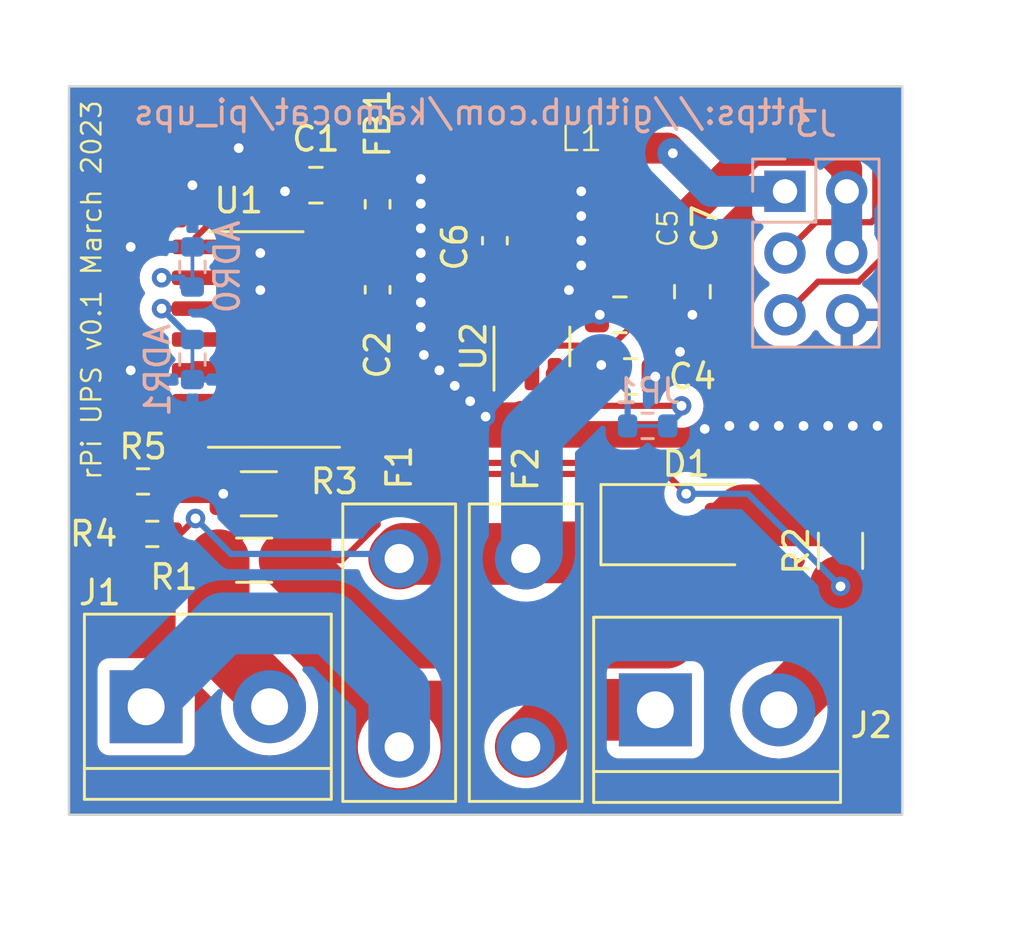
<source format=kicad_pcb>
(kicad_pcb (version 20221018) (generator pcbnew)
  (layers (0 "F.Cu" signal) (31 "B.Cu" signal) (34 "B.Paste" user) (35 "F.Paste" user) (36 "B.SilkS" user "B.Silkscreen") (37 "F.SilkS" user "F.Silkscreen") (38 "B.Mask" user) (39 "F.Mask" user) (44 "Edge.Cuts" user))
  (net 0 "")
  (net 1 "VCC")
  (net 2 "GND")
  (net 3 "+3.3V")
  (net 4 "+5V")
  (net 5 "/Bat_v")
  (net 6 "Net-(J1-Pin_1)")
  (net 7 "Net-(J2-Pin_1)")
  (net 8 "/Bat1_i")
  (net 9 "/Bat2_i")
  (net 10 "/SDA")
  (net 11 "/SCL")
  (net 12 "/GNDB")
  (net 13 "Net-(U1-VDD)")
  (net 14 "Net-(U2-SW)")
  (net 15 "Net-(U2-BST)")
  (net 16 "Net-(ADR0-A)")
  (net 17 "Net-(ADR1-A)")
  (net 18 "Net-(JP1-A)")
  (footprint "Package_SO:SOIC-14_3.9x8.7mm_P1.27mm" (layer "F.Cu") (at 87.695 93.98 180)
    (fp_text reference "U1" (at 0.7 5.715) (layer "F.SilkS"))
    (fp_text value "MCP3428")
    (fp_line (start 0 -4.435) (end -3.45 -4.435) (stroke (width 0.12)) (layer "F.SilkS"))
    (fp_line (start 0 -4.435) (end 1.95 -4.435) (stroke (width 0.12)) (layer "F.SilkS"))
    (fp_line (start 0 4.435) (end -1.95 4.435) (stroke (width 0.12)) (layer "F.SilkS"))
    (fp_line (start 0 4.435) (end 1.95 4.435) (stroke (width 0.12)) (layer "F.SilkS"))
    (pad "1" smd roundrect (at -2.475 -3.81 180) (size 1.95 0.6) (layers "F.Cu" "F.Paste" "F.Mask") (net 8 "/Bat1_i"))
    (pad "2" smd roundrect (at -2.475 -2.54 180) (size 1.95 0.6) (layers "F.Cu" "F.Paste" "F.Mask") (net 12 "/GNDB"))
    (pad "3" smd roundrect (at -2.475 -1.27 180) (size 1.95 0.6) (layers "F.Cu" "F.Paste" "F.Mask") (net 9 "/Bat2_i"))
    (pad "4" smd roundrect (at -2.475 0 180) (size 1.95 0.6) (layers "F.Cu" "F.Paste" "F.Mask") (net 12 "/GNDB"))
    (pad "5" smd roundrect (at -2.475 1.27 180) (size 1.95 0.6) (layers "F.Cu" "F.Paste" "F.Mask") (net 2 "GND"))
    (pad "6" smd roundrect (at -2.475 2.54 180) (size 1.95 0.6) (layers "F.Cu" "F.Paste" "F.Mask") (net 13 "Net-(U1-VDD)"))
    (pad "7" smd roundrect (at -2.475 3.81 180) (size 1.95 0.6) (layers "F.Cu" "F.Paste" "F.Mask") (net 10 "/SDA"))
    (pad "8" smd roundrect (at 2.475 3.81 180) (size 1.95 0.6) (layers "F.Cu" "F.Paste" "F.Mask") (net 11 "/SCL"))
    (pad "9" smd roundrect (at 2.475 2.54 180) (size 1.95 0.6) (layers "F.Cu" "F.Paste" "F.Mask") (net 16 "Net-(ADR0-A)"))
    (pad "10" smd roundrect (at 2.475 1.27 180) (size 1.95 0.6) (layers "F.Cu" "F.Paste" "F.Mask") (net 17 "Net-(ADR1-A)"))
    (pad "11" smd roundrect (at 2.475 0 180) (size 1.95 0.6) (layers "F.Cu" "F.Paste" "F.Mask") (net 12 "/GNDB"))
    (pad "12" smd roundrect (at 2.475 -1.27 180) (size 1.95 0.6) (layers "F.Cu" "F.Paste" "F.Mask") (net 2 "GND"))
    (pad "13" smd roundrect (at 2.475 -2.54 180) (size 1.95 0.6) (layers "F.Cu" "F.Paste" "F.Mask") (net 5 "/Bat_v"))
    (pad "14" smd roundrect (at 2.475 -3.81 180) (size 1.95 0.6) (layers "F.Cu" "F.Paste" "F.Mask") (net 2 "GND"))
  )
  (footprint "Capacitor_SMD:C_0805_2012Metric" (layer "F.Cu") (at 103.124 95.504)
    (fp_text reference "C4" (at 2.54 0) (layer "F.SilkS"))
    (fp_text value "10u")
    (fp_line (start -0.261252 -0.735) (end 0.261252 -0.735) (stroke (width 0.12)) (layer "F.SilkS"))
    (fp_line (start -0.261252 0.735) (end 0.261252 0.735) (stroke (width 0.12)) (layer "F.SilkS"))
    (pad "1" smd roundrect (at -0.95 0) (size 1 1.45) (layers "F.Cu" "F.Paste" "F.Mask") (net 1 "VCC"))
    (pad "2" smd roundrect (at 0.95 0) (size 1 1.45) (layers "F.Cu" "F.Paste" "F.Mask") (net 2 "GND"))
  )
  (footprint "Capacitor_THT:C_Disc_D12.0mm_W4.4mm_P7.75mm" (layer "F.Cu") (at 98.806 110.744 90)
    (fp_text reference "F2" (at 11.43 0 90) (layer "F.SilkS"))
    (fp_text value "2A")
    (fp_line (start -2.245 -2.321) (end -2.245 2.321) (stroke (width 0.12)) (layer "F.SilkS"))
    (fp_line (start -2.245 -2.321) (end 9.995 -2.321) (stroke (width 0.12)) (layer "F.SilkS"))
    (fp_line (start -2.245 2.321) (end 9.995 2.321) (stroke (width 0.12)) (layer "F.SilkS"))
    (fp_line (start 9.995 -2.321) (end 9.995 2.321) (stroke (width 0.12)) (layer "F.SilkS"))
    (pad "1" thru_hole circle (at 0 0 90) (size 2.4 2.4) (drill 1.2) (layers "*.Cu" "*.Mask") (net 7 "Net-(J2-Pin_1)"))
    (pad "2" thru_hole circle (at 7.75 0 90) (size 2.4 2.4) (drill 1.2) (layers "*.Cu" "*.Mask") (net 1 "VCC"))
  )
  (footprint "Capacitor_SMD:C_0603_1608Metric" (layer "F.Cu") (at 92.71 91.935 -90)
    (fp_text reference "C2" (at 2.68 0 90) (layer "F.SilkS"))
    (fp_text value "0.1u")
    (fp_line (start -0.14058 -0.51) (end 0.14058 -0.51) (stroke (width 0.12)) (layer "F.SilkS"))
    (fp_line (start -0.14058 0.51) (end 0.14058 0.51) (stroke (width 0.12)) (layer "F.SilkS"))
    (pad "1" smd roundrect (at -0.775 0 270) (size 0.9 0.95) (layers "F.Cu" "F.Paste" "F.Mask") (net 13 "Net-(U1-VDD)"))
    (pad "2" smd roundrect (at 0.775 0 270) (size 0.9 0.95) (layers "F.Cu" "F.Paste" "F.Mask") (net 2 "GND"))
  )
  (footprint "Capacitor_THT:C_Disc_D12.0mm_W4.4mm_P7.75mm" (layer "F.Cu") (at 93.599 110.744 90)
    (fp_text reference "F1" (at 11.495 0 90) (layer "F.SilkS"))
    (fp_text value "2A")
    (fp_line (start -2.245 -2.321) (end -2.245 2.321) (stroke (width 0.12)) (layer "F.SilkS"))
    (fp_line (start -2.245 -2.321) (end 9.995 -2.321) (stroke (width 0.12)) (layer "F.SilkS"))
    (fp_line (start -2.245 2.321) (end 9.995 2.321) (stroke (width 0.12)) (layer "F.SilkS"))
    (fp_line (start 9.995 -2.321) (end 9.995 2.321) (stroke (width 0.12)) (layer "F.SilkS"))
    (pad "1" thru_hole circle (at 0 0 90) (size 2.4 2.4) (drill 1.2) (layers "*.Cu" "*.Mask") (net 6 "Net-(J1-Pin_1)"))
    (pad "2" thru_hole circle (at 7.75 0 90) (size 2.4 2.4) (drill 1.2) (layers "*.Cu" "*.Mask") (net 1 "VCC"))
  )
  (footprint "TerminalBlock:TerminalBlock_bornier-2_P5.08mm" (layer "F.Cu") (at 83.185 109.093)
    (fp_text reference "J1" (at -1.905 -4.699) (layer "F.SilkS"))
    (fp_text value "Screw_Terminal_01x02")
    (fp_line (start -2.54 -3.81) (end -2.54 3.81) (stroke (width 0.12)) (layer "F.SilkS"))
    (fp_line (start -2.54 3.81) (end 7.62 3.81) (stroke (width 0.12)) (layer "F.SilkS"))
    (fp_line (start 7.62 -3.81) (end -2.54 -3.81) (stroke (width 0.12)) (layer "F.SilkS"))
    (fp_line (start 7.62 2.54) (end -2.54 2.54) (stroke (width 0.12)) (layer "F.SilkS"))
    (fp_line (start 7.62 3.81) (end 7.62 -3.81) (stroke (width 0.12)) (layer "F.SilkS"))
    (pad "1" thru_hole rect (at 0 0) (size 3 3) (drill 1.52) (layers "*.Cu" "*.Mask") (net 6 "Net-(J1-Pin_1)"))
    (pad "2" thru_hole circle (at 5.08 0) (size 3 3) (drill 1.52) (layers "*.Cu" "*.Mask") (net 8 "/Bat1_i"))
  )
  (footprint "Capacitor_SMD:C_0603_1608Metric" (layer "F.Cu") (at 97.536 89.916 -90)
    (fp_text reference "C6" (at 0.254 1.651 90) (layer "F.SilkS"))
    (fp_text value "0.1u")
    (fp_line (start -0.14058 -0.51) (end 0.14058 -0.51) (stroke (width 0.12)) (layer "F.SilkS"))
    (fp_line (start -0.14058 0.51) (end 0.14058 0.51) (stroke (width 0.12)) (layer "F.SilkS"))
    (pad "1" smd roundrect (at -0.775 0 270) (size 0.9 0.95) (layers "F.Cu" "F.Paste" "F.Mask") (net 14 "Net-(U2-SW)"))
    (pad "2" smd roundrect (at 0.775 0 270) (size 0.9 0.95) (layers "F.Cu" "F.Paste" "F.Mask") (net 15 "Net-(U2-BST)"))
  )
  (footprint "Capacitor_SMD:C_0805_2012Metric" (layer "F.Cu") (at 102.682 92.964)
    (fp_text reference "C5" (at 1.966 -3.556 90) (layer "F.SilkS") (effects (font (size 0.8 0.8) (thickness 0.1))))
    (fp_text value "22u")
    (fp_line (start -0.261252 -0.735) (end 0.261252 -0.735) (stroke (width 0.12)) (layer "F.SilkS"))
    (fp_line (start -0.261252 0.735) (end 0.261252 0.735) (stroke (width 0.12)) (layer "F.SilkS"))
    (pad "1" smd roundrect (at -0.95 0) (size 1 1.45) (layers "F.Cu" "F.Paste" "F.Mask") (net 2 "GND"))
    (pad "2" smd roundrect (at 0.95 0) (size 1 1.45) (layers "F.Cu" "F.Paste" "F.Mask") (net 4 "+5V"))
  )
  (footprint "pi_ups:NRS5030" (layer "F.Cu") (at 101.092 89.408)
    (fp_text reference "L1" (at 0 -3.683 unlocked) (layer "F.SilkS") (effects (font (thickness 0.1))))
    (fp_text value "4.7u")
    (pad "1" smd rect (at -1.8 0) (size 1.5 4) (layers "F.Cu" "F.Paste" "F.Mask") (net 14 "Net-(U2-SW)"))
    (pad "2" smd rect (at 1.8 0) (size 1.5 4) (layers "F.Cu" "F.Paste" "F.Mask") (net 4 "+5V"))
  )
  (footprint "Capacitor_SMD:C_0805_2012Metric" (layer "F.Cu") (at 90.17 87.63 180)
    (fp_text reference "C1" (at 0 1.905 180) (layer "F.SilkS"))
    (fp_text value "10u")
    (fp_line (start -0.261252 -0.735) (end 0.261252 -0.735) (stroke (width 0.12)) (layer "F.SilkS"))
    (fp_line (start -0.261252 0.735) (end 0.261252 0.735) (stroke (width 0.12)) (layer "F.SilkS"))
    (pad "1" smd roundrect (at -0.95 0 180) (size 1 1.45) (layers "F.Cu" "F.Paste" "F.Mask") (net 3 "+3.3V"))
    (pad "2" smd roundrect (at 0.95 0 180) (size 1 1.45) (layers "F.Cu" "F.Paste" "F.Mask") (net 2 "GND"))
  )
  (footprint "Package_TO_SOT_SMD:TSOT-23-6" (layer "F.Cu") (at 99.06 94.2675 90)
    (fp_text reference "U2" (at 0 -2.4 90) (layer "F.SilkS"))
    (fp_text value "AP63205WU")
    (fp_line (start 0 -1.56) (end -1.8 -1.56) (stroke (width 0.12)) (layer "F.SilkS"))
    (fp_line (start 0 -1.56) (end 0.8 -1.56) (stroke (width 0.12)) (layer "F.SilkS"))
    (fp_line (start 0 1.56) (end -0.8 1.56) (stroke (width 0.12)) (layer "F.SilkS"))
    (fp_line (start 0 1.56) (end 0.8 1.56) (stroke (width 0.12)) (layer "F.SilkS"))
    (pad "1" smd roundrect (at -1.1375 -0.95 90) (size 1.325 0.6) (layers "F.Cu" "F.Paste" "F.Mask") (net 4 "+5V"))
    (pad "2" smd roundrect (at -1.1375 0 90) (size 1.325 0.6) (layers "F.Cu" "F.Paste" "F.Mask") (net 18 "Net-(JP1-A)"))
    (pad "3" smd roundrect (at -1.1375 0.95 90) (size 1.325 0.6) (layers "F.Cu" "F.Paste" "F.Mask") (net 1 "VCC"))
    (pad "4" smd roundrect (at 1.1375 0.95 90) (size 1.325 0.6) (layers "F.Cu" "F.Paste" "F.Mask") (net 2 "GND"))
    (pad "5" smd roundrect (at 1.1375 0 90) (size 1.325 0.6) (layers "F.Cu" "F.Paste" "F.Mask") (net 14 "Net-(U2-SW)"))
    (pad "6" smd roundrect (at 1.1375 -0.95 90) (size 1.325 0.6) (layers "F.Cu" "F.Paste" "F.Mask") (net 15 "Net-(U2-BST)"))
  )
  (footprint "Inductor_SMD:L_0603_1608Metric" (layer "F.Cu") (at 92.71 88.4175 -90)
    (fp_text reference "FB1" (at -3.3275 0 90) (layer "F.SilkS"))
    (fp_text value "FerriteBead_Small")
    (fp_line (start -0.162779 -0.51) (end 0.162779 -0.51) (stroke (width 0.12)) (layer "F.SilkS"))
    (fp_line (start -0.162779 0.51) (end 0.162779 0.51) (stroke (width 0.12)) (layer "F.SilkS"))
    (pad "1" smd roundrect (at -0.7875 0 270) (size 0.875 0.95) (layers "F.Cu" "F.Paste" "F.Mask") (net 3 "+3.3V"))
    (pad "2" smd roundrect (at 0.7875 0 270) (size 0.875 0.95) (layers "F.Cu" "F.Paste" "F.Mask") (net 13 "Net-(U1-VDD)"))
  )
  (footprint "Capacitor_SMD:C_0805_2012Metric" (layer "F.Cu") (at 105.664 92.014 90)
    (fp_text reference "C7" (at 2.606 0.508 90) (layer "F.SilkS"))
    (fp_text value "22u")
    (fp_line (start -0.261252 -0.735) (end 0.261252 -0.735) (stroke (width 0.12)) (layer "F.SilkS"))
    (fp_line (start -0.261252 0.735) (end 0.261252 0.735) (stroke (width 0.12)) (layer "F.SilkS"))
    (pad "1" smd roundrect (at -0.95 0 90) (size 1 1.45) (layers "F.Cu" "F.Paste" "F.Mask") (net 2 "GND"))
    (pad "2" smd roundrect (at 0.95 0 90) (size 1 1.45) (layers "F.Cu" "F.Paste" "F.Mask") (net 4 "+5V"))
  )
  (footprint "Resistor_SMD:R_1206_3216Metric" (layer "F.Cu") (at 87.63 103.0625)
    (fp_text reference "R1" (at -3.302 0.6965) (layer "F.SilkS"))
    (fp_text value "50m")
    (fp_line (start -0.727064 -0.91) (end 0.727064 -0.91) (stroke (width 0.12)) (layer "F.SilkS"))
    (fp_line (start -0.727064 0.91) (end 0.727064 0.91) (stroke (width 0.12)) (layer "F.SilkS"))
    (pad "1" smd roundrect (at -1.4625 0) (size 1.125 1.75) (layers "F.Cu" "F.Paste" "F.Mask") (roundrect_rratio 0.2222222222) (net 8 "/Bat1_i"))
    (pad "2" smd roundrect (at 1.4625 0) (size 1.125 1.75) (layers "F.Cu" "F.Paste" "F.Mask") (roundrect_rratio 0.2222222222) (net 12 "/GNDB"))
  )
  (footprint "TerminalBlock:TerminalBlock_bornier-2_P5.08mm" (layer "F.Cu") (at 104.14 109.22)
    (fp_text reference "J2" (at 8.89 0.635) (layer "F.SilkS"))
    (fp_text value "Screw_Terminal_01x02")
    (fp_line (start -2.54 -3.81) (end -2.54 3.81) (stroke (width 0.12)) (layer "F.SilkS"))
    (fp_line (start -2.54 3.81) (end 7.62 3.81) (stroke (width 0.12)) (layer "F.SilkS"))
    (fp_line (start 7.62 -3.81) (end -2.54 -3.81) (stroke (width 0.12)) (layer "F.SilkS"))
    (fp_line (start 7.62 2.54) (end -2.54 2.54) (stroke (width 0.12)) (layer "F.SilkS"))
    (fp_line (start 7.62 3.81) (end 7.62 -3.81) (stroke (width 0.12)) (layer "F.SilkS"))
    (pad "1" thru_hole rect (at 0 0) (size 3 3) (drill 1.52) (layers "*.Cu" "*.Mask") (net 7 "Net-(J2-Pin_1)"))
    (pad "2" thru_hole circle (at 5.08 0) (size 3 3) (drill 1.52) (layers "*.Cu" "*.Mask") (net 9 "/Bat2_i"))
  )
  (footprint "Resistor_SMD:R_0603_1608Metric" (layer "F.Cu") (at 83.058 99.822)
    (fp_text reference "R5" (at 0 -1.43) (layer "F.SilkS"))
    (fp_text value "100k")
    (fp_line (start -0.237258 -0.5225) (end 0.237258 -0.5225) (stroke (width 0.12)) (layer "F.SilkS"))
    (fp_line (start -0.237258 0.5225) (end 0.237258 0.5225) (stroke (width 0.12)) (layer "F.SilkS"))
    (pad "1" smd roundrect (at -0.825 0) (size 0.8 0.95) (layers "F.Cu" "F.Paste" "F.Mask") (net 5 "/Bat_v"))
    (pad "2" smd roundrect (at 0.825 0) (size 0.8 0.95) (layers "F.Cu" "F.Paste" "F.Mask") (net 2 "GND"))
  )
  (footprint "Resistor_SMD:R_1206_3216Metric" (layer "F.Cu") (at 111.76 102.6775 90)
    (fp_text reference "R2" (at 0 -1.82 90) (layer "F.SilkS"))
    (fp_text value "50m")
    (fp_line (start -0.727064 -0.91) (end 0.727064 -0.91) (stroke (width 0.12)) (layer "F.SilkS"))
    (fp_line (start -0.727064 0.91) (end 0.727064 0.91) (stroke (width 0.12)) (layer "F.SilkS"))
    (pad "1" smd roundrect (at -1.4625 0 90) (size 1.125 1.75) (layers "F.Cu" "F.Paste" "F.Mask") (roundrect_rratio 0.2222222222) (net 9 "/Bat2_i"))
    (pad "2" smd roundrect (at 1.4625 0 90) (size 1.125 1.75) (layers "F.Cu" "F.Paste" "F.Mask") (roundrect_rratio 0.2222222222) (net 12 "/GNDB"))
  )
  (footprint "Resistor_SMD:R_0603_1608Metric" (layer "F.Cu") (at 83.439 101.981 180)
    (fp_text reference "R4" (at 2.413 0) (layer "F.SilkS"))
    (fp_text value "1M")
    (fp_line (start -0.237258 -0.5225) (end 0.237258 -0.5225) (stroke (width 0.12)) (layer "F.SilkS"))
    (fp_line (start -0.237258 0.5225) (end 0.237258 0.5225) (stroke (width 0.12)) (layer "F.SilkS"))
    (pad "1" smd roundrect (at -0.825 0 180) (size 0.8 0.95) (layers "F.Cu" "F.Paste" "F.Mask") (net 1 "VCC"))
    (pad "2" smd roundrect (at 0.825 0 180) (size 0.8 0.95) (layers "F.Cu" "F.Paste" "F.Mask") (net 5 "/Bat_v"))
  )
  (footprint "Diode_SMD:D_SMA" (layer "F.Cu") (at 105.41 101.6)
    (fp_text reference "D1" (at 0 -2.5) (layer "F.SilkS"))
    (fp_text value "D_Schottky")
    (fp_line (start -3.51 -1.65) (end -3.51 1.65) (stroke (width 0.12)) (layer "F.SilkS"))
    (fp_line (start -3.51 -1.65) (end 2 -1.65) (stroke (width 0.12)) (layer "F.SilkS"))
    (fp_line (start -3.51 1.65) (end 2 1.65) (stroke (width 0.12)) (layer "F.SilkS"))
    (pad "1" smd roundrect (at -2 0) (size 2.5 1.8) (layers "F.Cu" "F.Paste" "F.Mask") (roundrect_rratio 0.1388888889) (net 1 "VCC"))
    (pad "2" smd roundrect (at 2 0) (size 2.5 1.8) (layers "F.Cu" "F.Paste" "F.Mask") (roundrect_rratio 0.1388888889) (net 12 "/GNDB"))
  )
  (footprint "Resistor_SMD:R_1206_3216Metric" (layer "F.Cu") (at 87.8225 100.33 180)
    (fp_text reference "R3" (at -3.1095 0.508) (layer "F.SilkS"))
    (fp_text value "50m")
    (fp_line (start -0.727064 -0.91) (end 0.727064 -0.91) (stroke (width 0.12)) (layer "F.SilkS"))
    (fp_line (start -0.727064 0.91) (end 0.727064 0.91) (stroke (width 0.12)) (layer "F.SilkS"))
    (pad "1" smd roundrect (at -1.4625 0 180) (size 1.125 1.75) (layers "F.Cu" "F.Paste" "F.Mask") (roundrect_rratio 0.2222222222) (net 12 "/GNDB"))
    (pad "2" smd roundrect (at 1.4625 0 180) (size 1.125 1.75) (layers "F.Cu" "F.Paste" "F.Mask") (roundrect_rratio 0.2222222222) (net 2 "GND"))
  )
  (footprint "pi_ups:jumper_bridged_0603" (layer "B.Cu") (at 103.823 97.536 180)
    (fp_text reference "JP1" (at 0 1.43) (layer "B.SilkS") (effects (justify mirror)))
    (fp_text value "Jumper_2_Bridged")
    (fp_line (start -0.825 0) (end 0.825 0) (stroke (width 0.1524)) (layer "B.Cu"))
    (fp_line (start -0.237258 -0.5225) (end 0.237258 -0.5225) (stroke (width 0.12)) (layer "B.SilkS"))
    (fp_line (start -0.237258 0.5225) (end 0.237258 0.5225) (stroke (width 0.12)) (layer "B.SilkS"))
    (pad "1" smd roundrect (at -0.825 0 180) (size 0.8 0.95) (layers "B.Cu" "B.Paste" "B.Mask") (net 18 "Net-(JP1-A)"))
    (pad "2" smd roundrect (at 0.825 0 180) (size 0.8 0.95) (layers "B.Cu" "B.Paste" "B.Mask") (net 1 "VCC"))
  )
  (footprint "pi_ups:jumper_bridged_0603" (layer "B.Cu") (at 85.09 90.995 90)
    (fp_text reference "ADR0" (at 0 1.43 90) (layer "B.SilkS") (effects (justify mirror)))
    (fp_text value "Jumper_2_Bridged")
    (fp_line (start -0.825 0) (end 0.825 0) (stroke (width 0.1524)) (layer "B.Cu"))
    (fp_line (start -0.237258 -0.5225) (end 0.237258 -0.5225) (stroke (width 0.12)) (layer "B.SilkS"))
    (fp_line (start -0.237258 0.5225) (end 0.237258 0.5225) (stroke (width 0.12)) (layer "B.SilkS"))
    (pad "1" smd roundrect (at -0.825 0 90) (size 0.8 0.95) (layers "B.Cu" "B.Paste" "B.Mask") (net 16 "Net-(ADR0-A)"))
    (pad "2" smd roundrect (at 0.825 0 90) (size 0.8 0.95) (layers "B.Cu" "B.Paste" "B.Mask") (net 2 "GND"))
  )
  (footprint "Connector_PinSocket_2.54mm:PinSocket_2x03_P2.54mm_Vertical" (layer "B.Cu") (at 109.474 87.884 180)
    (fp_text reference "J3" (at -1.27 2.77) (layer "B.SilkS") (effects (justify mirror)))
    (fp_text value "Conn_02x03_Odd_Even")
    (fp_line (start -3.87 -6.41) (end 1.33 -6.41) (stroke (width 0.12)) (layer "B.SilkS"))
    (fp_line (start -3.87 1.33) (end -3.87 -6.41) (stroke (width 0.12)) (layer "B.SilkS"))
    (fp_line (start -3.87 1.33) (end -1.27 1.33) (stroke (width 0.12)) (layer "B.SilkS"))
    (fp_line (start -1.27 -1.27) (end 1.33 -1.27) (stroke (width 0.12)) (layer "B.SilkS"))
    (fp_line (start -1.27 1.33) (end -1.27 -1.27) (stroke (width 0.12)) (layer "B.SilkS"))
    (fp_line (start 0 1.33) (end 1.33 1.33) (stroke (width 0.12)) (layer "B.SilkS"))
    (fp_line (start 1.33 -1.27) (end 1.33 -6.41) (stroke (width 0.12)) (layer "B.SilkS"))
    (fp_line (start 1.33 1.33) (end 1.33 0) (stroke (width 0.12)) (layer "B.SilkS"))
    (pad "1" thru_hole rect (at 0 0 180) (size 1.7 1.7) (drill 1) (layers "*.Cu" "*.Mask") (net 3 "+3.3V"))
    (pad "2" thru_hole oval (at -2.54 0 180) (size 1.7 1.7) (drill 1) (layers "*.Cu" "*.Mask") (net 4 "+5V"))
    (pad "3" thru_hole oval (at 0 -2.54 180) (size 1.7 1.7) (drill 1) (layers "*.Cu" "*.Mask") (net 10 "/SDA"))
    (pad "4" thru_hole oval (at -2.54 -2.54 180) (size 1.7 1.7) (drill 1) (layers "*.Cu" "*.Mask") (net 4 "+5V"))
    (pad "5" thru_hole oval (at 0 -5.08 180) (size 1.7 1.7) (drill 1) (layers "*.Cu" "*.Mask") (net 11 "/SCL"))
    (pad "6" thru_hole oval (at -2.54 -5.08 180) (size 1.7 1.7) (drill 1) (layers "*.Cu" "*.Mask") (net 2 "GND"))
  )
  (footprint "pi_ups:jumper_bridged_0603" (layer "B.Cu") (at 85.09 94.805 -90)
    (fp_text reference "ADR1" (at 0.445 1.43 90) (layer "B.SilkS") (effects (justify mirror)))
    (fp_text value "Jumper_2_Bridged")
    (fp_line (start -0.825 0) (end 0.825 0) (stroke (width 0.1524)) (layer "B.Cu"))
    (fp_line (start -0.237258 -0.5225) (end 0.237258 -0.5225) (stroke (width 0.12)) (layer "B.SilkS"))
    (fp_line (start -0.237258 0.5225) (end 0.237258 0.5225) (stroke (width 0.12)) (layer "B.SilkS"))
    (pad "1" smd roundrect (at -0.825 0 270) (size 0.8 0.95) (layers "B.Cu" "B.Paste" "B.Mask") (net 17 "Net-(ADR1-A)"))
    (pad "2" smd roundrect (at 0.825 0 270) (size 0.8 0.95) (layers "B.Cu" "B.Paste" "B.Mask") (net 2 "GND"))
  )
  (gr_rect (start 80.01 83.566) (end 114.3 113.538) (stroke (width 0.1)) (fill none) (layer "Edge.Cuts"))
  (gr_text "https://github.com/kamocat/pi_ups" (at 110.49 85.217) (layer "B.SilkS") (effects (font (size 1 1)) (justify left bottom mirror)))
  (gr_text "rPi UPS v0.1 March 2023" (at 81.407 99.822 90) (layer "F.SilkS") (effects (font (size 0.8 0.8) (thickness 0.1)) (justify left bottom)))
  (segment (start 98.806 102.994) (end 99.06 102.74) (width 2.54) (layer "F.Cu") (net 1))
  (segment (start 102.27 102.74) (end 103.41 101.6) (width 2.54) (layer "F.Cu") (net 1))
  (segment (start 93.599 102.994) (end 93.788 102.805) (width 2.54) (layer "F.Cu") (net 1))
  (segment (start 101.54 95.405) (end 102.075 95.405) (width 0.762) (layer "F.Cu") (net 1))
  (segment (start 84.264 101.981) (end 84.582 101.981) (width 0.254) (layer "F.Cu") (net 1))
  (segment (start 84.582 101.981) (end 85.217 101.346) (width 0.254) (layer "F.Cu") (net 1))
  (segment (start 101.54 95.405) (end 101.915 95.03) (width 0.762) (layer "F.Cu") (net 1))
  (segment (start 98.617 102.805) (end 98.806 102.994) (width 2.54) (layer "F.Cu") (net 1))
  (segment (start 93.788 102.805) (end 98.617 102.805) (width 2.54) (layer "F.Cu") (net 1))
  (segment (start 99.06 102.74) (end 102.27 102.74) (width 2.54) (layer "F.Cu") (net 1))
  (segment (start 100.01 95.405) (end 101.54 95.405) (width 0.762) (layer "F.Cu") (net 1))
  (segment (start 102.075 95.405) (end 102.174 95.504) (width 0.762) (layer "F.Cu") (net 1))
  (via (at 85.217 101.346) (size 0.8) (drill 0.4) (layers "F.Cu" "B.Cu") (net 1))
  (via (at 101.915 95.03) (size 0.8) (drill 0.4) (layers "F.Cu" "B.Cu") (net 1))
  (segment (start 99.06 102.74) (end 99.06 97.885) (width 2.54) (layer "B.Cu") (net 1))
  (segment (start 93.599 102.994) (end 93.41 102.805) (width 0.254) (layer "B.Cu") (net 1))
  (segment (start 86.676 102.805) (end 85.217 101.346) (width 0.254) (layer "B.Cu") (net 1))
  (segment (start 93.41 102.805) (end 86.676 102.805) (width 0.254) (layer "B.Cu") (net 1))
  (segment (start 99.06 97.885) (end 101.915 95.03) (width 2.54) (layer "B.Cu") (net 1))
  (segment (start 102.998 97.536) (end 102.998 96.113) (width 0.254) (layer "B.Cu") (net 1))
  (segment (start 98.806 102.994) (end 99.06 102.74) (width 2.54) (layer "B.Cu") (net 1))
  (segment (start 102.998 96.113) (end 101.915 95.03) (width 0.254) (layer "B.Cu") (net 1))
  (segment (start 100.01 92.522) (end 100.584 91.948) (width 0.508) (layer "F.Cu") (net 2))
  (segment (start 89.22 87.63) (end 88.9 87.884) (width 0.762) (layer "F.Cu") (net 2))
  (segment (start 100.01 93.13) (end 100.01 92.522) (width 0.508) (layer "F.Cu") (net 2))
  (segment (start 85.22 99.19) (end 85.22 97.79) (width 0.254) (layer "F.Cu") (net 2))
  (segment (start 86.522 95.412) (end 86.36 95.25) (width 0.254) (layer "F.Cu") (net 2))
  (segment (start 86.36 100.33) (end 86.922 99.768) (width 0.762) (layer "F.Cu") (net 2))
  (segment (start 83.883 99.822) (end 84.391 100.33) (width 0.762) (layer "F.Cu") (net 2))
  (segment (start 89.79042 92.71) (end 90.17 92.71) (width 0.254) (layer "F.Cu") (net 2))
  (segment (start 86.922 95.812) (end 86.36 95.25) (width 0.762) (layer "F.Cu") (net 2))
  (segment (start 88.614 92.424) (end 88.9 92.71) (width 0.762) (layer "F.Cu") (net 2))
  (segment (start 86.36 100.33) (end 85.22 99.19) (width 0.254) (layer "F.Cu") (net 2))
  (segment (start 84.391 100.33) (end 86.36 100.33) (width 0.762) (layer "F.Cu") (net 2))
  (segment (start 86.522 95.412) (end 87.08842 95.412) (width 0.254) (layer "F.Cu") (net 2))
  (segment (start 86.922 99.768) (end 86.922 95.812) (width 0.762) (layer "F.Cu") (net 2))
  (segment (start 88.9 92.71) (end 90.17 92.71) (width 0.762) (layer "F.Cu") (net 2))
  (segment (start 86.36 95.25) (end 85.22 95.25) (width 0.762) (layer "F.Cu") (net 2))
  (segment (start 88.9 87.884) (end 89.147344 87.63) (width 0.762) (layer "F.Cu") (net 2))
  (segment (start 92.71 92.71) (end 90.17 92.71) (width 0.762) (layer "F.Cu") (net 2))
  (via (at 101.092 89.916) (size 0.8) (drill 0.4) (layers "F.Cu" "B.Cu") (net 2))
  (via (at 110.236 97.536) (size 0.8) (drill 0.4) (layers "F.Cu" "B.Cu") (net 2))
  (via (at 94.615 94.615) (size 0.8) (drill 0.4) (layers "F.Cu" "B.Cu") (net 2))
  (via (at 105.664 92.964) (size 0.8) (drill 0.4) (layers "F.Cu" "B.Cu") (net 2))
  (via (at 94.488 88.392) (size 0.8) (drill 0.4) (layers "F.Cu" "B.Cu") (net 2))
  (via (at 101.092 90.932) (size 0.8) (drill 0.4) (layers "F.Cu" "B.Cu") (net 2))
  (via (at 87.884 91.948) (size 0.8) (drill 0.4) (layers "F.Cu" "B.Cu") (net 2))
  (via (at 101.092 88.9) (size 0.8) (drill 0.4) (layers "F.Cu" "B.Cu") (net 2))
  (via (at 101.092 87.884) (size 0.8) (drill 0.4) (layers "F.Cu" "B.Cu") (net 2))
  (via (at 96.52 96.52) (size 0.8) (drill 0.4) (layers "F.Cu" "B.Cu") (net 2))
  (via (at 88.9 87.884) (size 0.8) (drill 0.4) (layers "F.Cu" "B.Cu") (net 2))
  (via (at 112.268 97.536) (size 0.8) (drill 0.4) (layers "F.Cu" "B.Cu") (net 2))
  (via (at 106.172 97.663) (size 0.8) (drill 0.4) (layers "F.Cu" "B.Cu") (net 2))
  (via (at 109.22 97.536) (size 0.8) (drill 0.4) (layers "F.Cu" "B.Cu") (net 2))
  (via (at 105.156 94.488) (size 0.8) (drill 0.4) (layers "F.Cu" "B.Cu") (net 2))
  (via (at 104.14 95.504) (size 0.8) (drill 0.4) (layers "F.Cu" "B.Cu") (net 2))
  (via (at 108.204 97.536) (size 0.8) (drill 0.4) (layers "F.Cu" "B.Cu") (net 2))
  (via (at 82.55 95.25) (size 0.8) (drill 0.4) (layers "F.Cu" "B.Cu") (net 2))
  (via (at 86.36 100.33) (size 0.8) (drill 0.4) (layers "F.Cu" "B.Cu") (net 2))
  (via (at 94.488 90.424) (size 0.8) (drill 0.4) (layers "F.Cu" "B.Cu") (net 2))
  (via (at 97.155 97.155) (size 0.8) (drill 0.4) (layers "F.Cu" "B.Cu") (net 2))
  (via (at 95.25 95.25) (size 0.8) (drill 0.4) (layers "F.Cu" "B.Cu") (net 2))
  (via (at 94.488 87.376) (size 0.8) (drill 0.4) (layers "F.Cu" "B.Cu") (net 2))
  (via (at 113.284 97.536) (size 0.8) (drill 0.4) (layers "F.Cu" "B.Cu") (net 2))
  (via (at 107.188 97.536) (size 0.8) (drill 0.4) (layers "F.Cu" "B.Cu") (net 2))
  (via (at 87.884 90.424) (size 0.8) (drill 0.4) (layers "F.Cu" "B.Cu") (net 2))
  (via (at 111.252 97.536) (size 0.8) (drill 0.4) (layers "F.Cu" "B.Cu") (net 2))
  (via (at 82.55 90.17) (size 0.8) (drill 0.4) (layers "F.Cu" "B.Cu") (net 2))
  (via (at 94.488 93.472) (size 0.8) (drill 0.4) (layers "F.Cu" "B.Cu") (net 2))
  (via (at 94.488 89.408) (size 0.8) (drill 0.4) (layers "F.Cu" "B.Cu") (net 2))
  (via (at 85.09 87.63) (size 0.8) (drill 0.4) (layers "F.Cu" "B.Cu") (net 2))
  (via (at 101.854 92.964) (size 0.8) (drill 0.4) (layers "F.Cu" "B.Cu") (net 2))
  (via (at 94.488 91.44) (size 0.8) (drill 0.4) (layers "F.Cu" "B.Cu") (net 2))
  (via (at 95.885 95.885) (size 0.8) (drill 0.4) (layers "F.Cu" "B.Cu") (net 2))
  (via (at 86.995 86.106) (size 0.8) (drill 0.4) (layers "F.Cu" "B.Cu") (net 2))
  (via (at 94.488 92.456) (size 0.8) (drill 0.4) (layers "F.Cu" "B.Cu") (net 2))
  (via (at 100.584 91.948) (size 0.8) (drill 0.4) (layers "F.Cu" "B.Cu") (net 2))
  (segment (start 85.09 95.63) (end 86.74 95.63) (width 0.254) (layer "B.Cu") (net 2))
  (segment (start 86.74 95.63) (end 86.995 95.885) (width 0.254) (layer "B.Cu") (net 2))
  (segment (start 85.09 90.17) (end 86.995 90.17) (width 0.254) (layer "B.Cu") (net 2))
  (segment (start 91.12 87.63) (end 92.644 86.106) (width 1.27) (layer "F.Cu") (net 3))
  (segment (start 104.649628 86.106) (end 104.85941 86.315782) (width 1.27) (layer "F.Cu") (net 3))
  (segment (start 92.644 86.106) (end 104.649628 86.106) (width 1.27) (layer "F.Cu") (net 3))
  (segment (start 92.71 87.63) (end 91.12 87.63) (width 1.27) (layer "F.Cu") (net 3))
  (via (at 104.85941 86.315782) (size 0.8) (drill 0.4) (layers "F.Cu" "B.Cu") (net 3))
  (segment (start 106.427628 87.884) (end 104.85941 86.315782) (width 1.27) (layer "B.Cu") (net 3))
  (segment (start 109.474 87.884) (end 106.427628 87.884) (width 1.27) (layer "B.Cu") (net 3))
  (segment (start 104.548 91.064) (end 102.892 89.408) (width 0.762) (layer "F.Cu") (net 4))
  (segment (start 102.892 89.408) (end 103.632 90.148) (width 0.762) (layer "F.Cu") (net 4))
  (segment (start 98.89392 94.234) (end 102.362 94.234) (width 0.254) (layer "F.Cu") (net 4))
  (segment (start 105.664 91.064) (end 104.548 91.064) (width 0.762) (layer "F.Cu") (net 4))
  (segment (start 108.121 86.199) (end 104.912 89.408) (width 1.27) (layer "F.Cu") (net 4))
  (segment (start 112.014 87.884) (end 112.014 86.957768) (width 1.27) (layer "F.Cu") (net 4))
  (segment (start 112.014 86.957768) (end 111.255232 86.199) (width 1.27) (layer "F.Cu") (net 4))
  (segment (start 103.632 90.148) (end 103.632 92.964) (width 0.762) (layer "F.Cu") (net 4))
  (segment (start 104.912 89.408) (end 102.892 89.408) (width 1.27) (layer "F.Cu") (net 4))
  (segment (start 102.362 94.234) (end 103.632 92.964) (width 0.254) (layer "F.Cu") (net 4))
  (segment (start 98.11 95.01792) (end 98.89392 94.234) (width 0.254) (layer "F.Cu") (net 4))
  (segment (start 111.255232 86.199) (end 108.121 86.199) (width 1.27) (layer "F.Cu") (net 4))
  (segment (start 98.11 95.405) (end 98.11 95.01792) (width 0.254) (layer "F.Cu") (net 4))
  (segment (start 112.014 87.884) (end 112.014 90.424) (width 1.27) (layer "B.Cu") (net 4))
  (segment (start 82.614 101.981) (end 82.614 98.74642) (width 0.254) (layer "F.Cu") (net 5))
  (segment (start 82.614 98.74642) (end 84.84042 96.52) (width 0.254) (layer "F.Cu") (net 5))
  (segment (start 84.84042 96.52) (end 85.22 96.52) (width 0.254) (layer "F.Cu") (net 5))
  (segment (start 83.185 108.839) (end 83.185 109.093) (width 2.54) (layer "B.Cu") (net 6))
  (segment (start 93.599 108.476944) (end 90.786056 105.664) (width 2.54) (layer "B.Cu") (net 6))
  (segment (start 90.786056 105.664) (end 86.36 105.664) (width 2.54) (layer "B.Cu") (net 6))
  (segment (start 86.36 105.664) (end 83.185 108.839) (width 2.54) (layer "B.Cu") (net 6))
  (segment (start 93.599 110.744) (end 93.599 108.476944) (width 2.54) (layer "B.Cu") (net 6))
  (segment (start 100.33 109.22) (end 98.806 110.744) (width 2.54) (layer "F.Cu") (net 7))
  (segment (start 104.14 109.22) (end 100.33 109.22) (width 2.54) (layer "F.Cu") (net 7))
  (segment (start 86.1675 106.4875) (end 88.265 108.585) (width 2.54) (layer "F.Cu") (net 8))
  (segment (start 90.071499 97.79) (end 87.63 100.231499) (width 0.254) (layer "F.Cu") (net 8))
  (segment (start 86.1675 103.0625) (end 86.1675 106.4875) (width 2.54) (layer "F.Cu") (net 8))
  (segment (start 88.265 108.585) (end 88.265 109.093) (width 2.54) (layer "F.Cu") (net 8))
  (segment (start 90.17 97.79) (end 90.071499 97.79) (width 0.254) (layer "F.Cu") (net 8))
  (segment (start 87.63 101.6) (end 86.1675 103.0625) (width 0.254) (layer "F.Cu") (net 8))
  (segment (start 87.63 100.231499) (end 87.63 101.6) (width 0.254) (layer "F.Cu") (net 8))
  (segment (start 90.17 95.25) (end 92.58272 95.25) (width 0.254) (layer "F.Cu") (net 9))
  (segment (start 92.58272 95.25) (end 96.846221 99.513501) (width 0.254) (layer "F.Cu") (net 9))
  (segment (start 109.22 109.22) (end 111.76 106.68) (width 2.54) (layer "F.Cu") (net 9))
  (segment (start 104.593501 99.513501) (end 105.41 100.33) (width 0.254) (layer "F.Cu") (net 9))
  (segment (start 111.76 106.68) (end 111.76 104.14) (width 2.54) (layer "F.Cu") (net 9))
  (segment (start 96.846221 99.513501) (end 104.593501 99.513501) (width 0.254) (layer "F.Cu") (net 9))
  (via (at 111.76 104.14) (size 0.8) (drill 0.4) (layers "F.Cu" "B.Cu") (net 9))
  (via (at 105.41 100.33) (size 0.8) (drill 0.4) (layers "F.Cu" "B.Cu") (net 9))
  (segment (start 107.95 100.33) (end 105.41 100.33) (width 0.254) (layer "B.Cu") (net 9))
  (segment (start 111.76 104.14) (end 107.95 100.33) (width 0.254) (layer "B.Cu") (net 9))
  (segment (start 110.744 89.154) (end 113.03 89.154) (width 0.254) (layer "F.Cu") (net 10))
  (segment (start 90.047 90.047) (end 90.17 90.17) (width 0.254) (layer "F.Cu") (net 10))
  (segment (start 113.191 88.993) (end 113.191 86.775) (width 0.254) (layer "F.Cu") (net 10))
  (segment (start 90.896 85.09) (end 90.047 85.939) (width 0.254) (layer "F.Cu") (net 10))
  (segment (start 90.047 85.939) (end 90.047 90.047) (width 0.254) (layer "F.Cu") (net 10))
  (segment (start 111.506 85.09) (end 90.896 85.09) (width 0.254) (layer "F.Cu") (net 10))
  (segment (start 113.191 86.775) (end 111.506 85.09) (width 0.254) (layer "F.Cu") (net 10))
  (segment (start 113.03 89.154) (end 113.191 88.993) (width 0.254) (layer "F.Cu") (net 10))
  (segment (start 109.474 90.424) (end 110.744 89.154) (width 0.254) (layer "F.Cu") (net 10))
  (segment (start 85.22 89.786) (end 85.22 90.17) (width 0.254) (layer "F.Cu") (net 11))
  (segment (start 113.645 86.467) (end 111.76 84.582) (width 0.254) (layer "F.Cu") (net 11))
  (segment (start 113.645 90.45753) (end 113.645 86.467) (width 0.254) (layer "F.Cu") (net 11))
  (segment (start 112.50153 91.601) (end 113.645 90.45753) (width 0.254) (layer "F.Cu") (net 11))
  (segment (start 109.474 92.964) (end 110.837 91.601) (width 0.254) (layer "F.Cu") (net 11))
  (segment (start 111.76 84.582) (end 90.424 84.582) (width 0.254) (layer "F.Cu") (net 11))
  (segment (start 110.837 91.601) (end 112.50153 91.601) (width 0.254) (layer "F.Cu") (net 11))
  (segment (start 90.424 84.582) (end 85.22 89.786) (width 0.254) (layer "F.Cu") (net 11))
  (segment (start 92.71 97.60021) (end 91.62979 96.52) (width 0.254) (layer "F.Cu") (net 12))
  (segment (start 92.71 101.6) (end 92.71 97.60021) (width 0.254) (layer "F.Cu") (net 12))
  (segment (start 91.19258 97.163) (end 88.265 97.163) (width 0.254) (layer "F.Cu") (net 12))
  (segment (start 91.2475 103.0625) (end 92.71 101.6) (width 0.254) (layer "F.Cu") (net 12))
  (segment (start 89.0925 103.0625) (end 89.5375 102.6175) (width 2.54) (layer "F.Cu") (net 12))
  (segment (start 86.987 93.98) (end 85.22 93.98) (width 0.254) (layer "F.Cu") (net 12))
  (segment (start 89.0925 103.0625) (end 91.2475 103.0625) (width 0.254) (layer "F.Cu") (net 12))
  (segment (start 90.17 93.98) (end 91.954067 93.98) (width 0.254) (layer "F.Cu") (net 12))
  (segment (start 104.57 106.25) (end 92.28 106.25) (width 2.54) (layer "F.Cu") (net 12))
  (segment (start 107.795 101.215) (end 107.41 101.6) (width 2.54) (layer "F.Cu") (net 12))
  (segment (start 89.285 100.33) (end 91.472 98.143) (width 0.254) (layer "F.Cu") (net 12))
  (segment (start 92.28 106.25) (end 89.0925 103.0625) (width 2.54) (layer "F.Cu") (net 12))
  (segment (start 89.5375 102.6175) (end 89.5375 100.582499) (width 2.54) (layer "F.Cu") (net 12))
  (segment (start 111.76 101.215) (end 107.795 101.215) (width 2.54) (layer "F.Cu") (net 12))
  (segment (start 111.76 100.571866) (end 111.76 101.215) (width 0.254) (layer "F.Cu") (net 12))
  (segment (start 91.954067 93.98) (end 97.034067 99.06) (width 0.254) (layer "F.Cu") (net 12))
  (segment (start 110.248134 99.06) (end 111.76 100.571866) (width 0.254) (layer "F.Cu") (net 12))
  (segment (start 91.62979 96.52) (end 90.17 96.52) (width 0.254) (layer "F.Cu") (net 12))
  (segment (start 107.41 103.41) (end 104.57 106.25) (width 2.54) (layer "F.Cu") (net 12))
  (segment (start 88.265 95.258) (end 86.987 93.98) (width 0.254) (layer "F.Cu") (net 12))
  (segment (start 91.472 98.143) (end 91.472 97.44242) (width 0.254) (layer "F.Cu") (net 12))
  (segment (start 97.034067 99.06) (end 110.248134 99.06) (width 0.254) (layer "F.Cu") (net 12))
  (segment (start 88.265 97.163) (end 88.265 95.258) (width 0.254) (layer "F.Cu") (net 12))
  (segment (start 107.41 101.6) (end 107.41 103.41) (width 2.54) (layer "F.Cu") (net 12))
  (segment (start 91.472 97.44242) (end 91.19258 97.163) (width 0.254) (layer "F.Cu") (net 12))
  (segment (start 92.71 89.205) (end 92.71 91.16) (width 0.254) (layer "F.Cu") (net 13))
  (segment (start 90.17 91.44) (end 92.43 91.44) (width 0.762) (layer "F.Cu") (net 13))
  (segment (start 92.43 91.44) (end 92.71 91.16) (width 0.762) (layer "F.Cu") (net 13))
  (segment (start 99.025 89.141) (end 99.292 89.408) (width 0.254) (layer "F.Cu") (net 14))
  (segment (start 97.536 89.141) (end 99.025 89.141) (width 0.254) (layer "F.Cu") (net 14))
  (segment (start 99.06 93.13) (end 99.06 89.64) (width 0.508) (layer "F.Cu") (net 14))
  (segment (start 99.06 89.64) (end 99.292 89.408) (width 0.508) (layer "F.Cu") (net 14))
  (segment (start 98.11 91.265) (end 97.536 90.691) (width 0.254) (layer "F.Cu") (net 15))
  (segment (start 98.11 93.13) (end 98.11 91.265) (width 0.254) (layer "F.Cu") (net 15))
  (segment (start 85.22 91.44) (end 83.82 91.44) (width 0.254) (layer "F.Cu") (net 16))
  (via (at 83.82 91.44) (size 0.8) (drill 0.4) (layers "F.Cu" "B.Cu") (net 16))
  (segment (start 84.6868 91.44) (end 84.6868 91.82) (width 0.254) (layer "B.Cu") (net 16))
  (segment (start 83.82 91.44) (end 84.6868 91.44) (width 0.254) (layer "B.Cu") (net 16))
  (segment (start 85.22 92.71) (end 83.82 92.71) (width 0.254) (layer "F.Cu") (net 17))
  (via (at 83.82 92.71) (size 0.8) (drill 0.4) (layers "F.Cu" "B.Cu") (net 17))
  (segment (start 83.82 92.71) (end 84.804895 93.694895) (width 0.254) (layer "B.Cu") (net 17))
  (segment (start 99.06 95.405) (end 99.06 95.79208) (width 0.254) (layer "F.Cu") (net 18))
  (segment (start 99.97842 96.7105) (end 105.2195 96.7105) (width 0.254) (layer "F.Cu") (net 18))
  (segment (start 99.06 95.79208) (end 99.97842 96.7105) (width 0.254) (layer "F.Cu") (net 18))
  (via (at 105.2195 96.7105) (size 0.8) (drill 0.4) (layers "F.Cu" "B.Cu") (net 18))
  (segment (start 105.2195 96.7105) (end 105.2195 96.9645) (width 0.254) (layer "B.Cu") (net 18))
  (segment (start 105.2195 96.9645) (end 104.933105 97.250895) (width 0.254) (layer "B.Cu") (net 18))
  (zone (net 0) (net_name "") (layer "F.Cu") (connect_pads (clearance 0)) (min_thickness 0.25)
    (keepout (tracks allowed) (vias allowed) (pads allowed) (copperpour not_allowed) (footprints allowed))
    (fill (thermal_gap 0.5) (thermal_bridge_width 0.5))
    (polygon (pts (xy 90.17 93.98) (xy 85.09 93.98) (xy 80.01 99.06) (xy 80.01 101.6) (xy 90.17 101.6)))
  )
  (zone (net 2) (net_name "GND") (layers "F&B.Cu") (connect_pads (clearance 0.5)) (min_thickness 0.25) (fill yes (thermal_gap 0.5) (thermal_bridge_width 0.5))
    (polygon (pts (xy 116.84 80.01) (xy 77.47 80.01) (xy 77.47 118.11) (xy 116.84 118.11)))
  )
)
</source>
